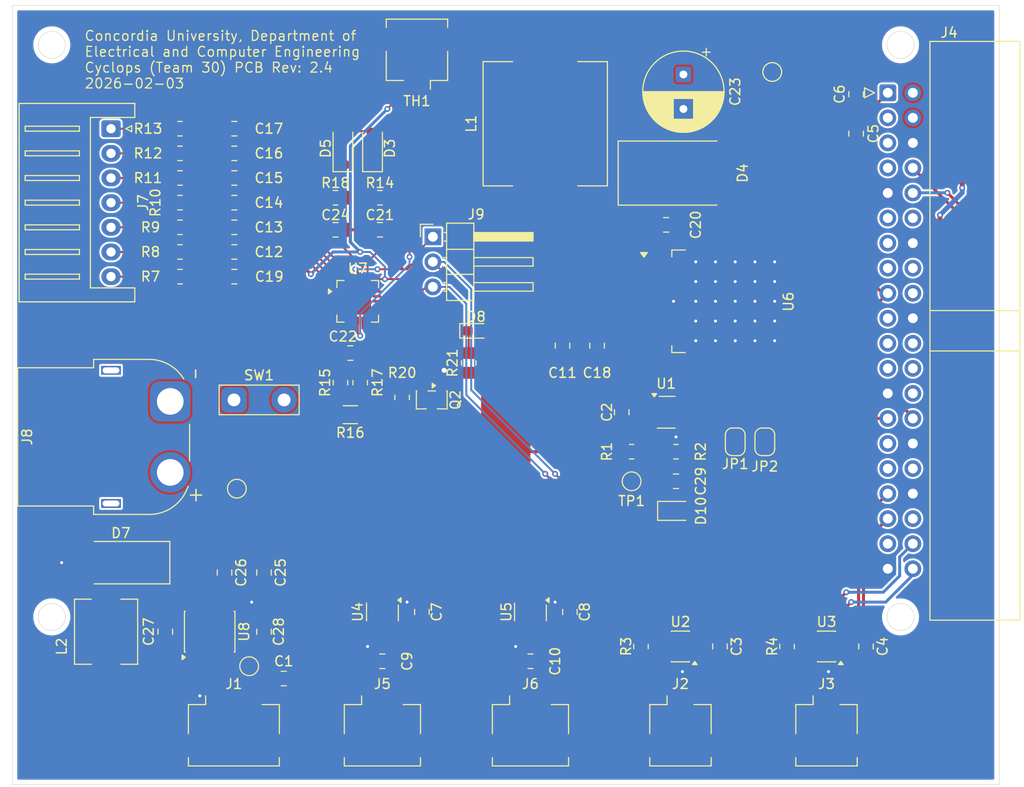
<source format=kicad_pcb>
(kicad_pcb (version 20241229) (generator "pcbnew") (generator_version "9.0")
  (title_block (title "Cyclops (Team 30)") (date "2026-02-03") (rev "2.4") (company "Concordia University, Department of Electrical and Computer Engineering"))
  (layers (0 "F.Cu" signal) (2 "B.Cu" signal) (13 "F.Paste" user) (15 "B.Paste" user) (5 "F.SilkS" user "F.Silkscreen") (7 "B.SilkS" user "B.Silkscreen") (1 "F.Mask" user) (3 "B.Mask" user) (25 "Edge.Cuts" user))
  (net 0 "")
  (net 1 "+3.3V")
  (net 2 "GND")
  (net 3 "+5V")
  (net 4 "+BATT")
  (net 5 "+12V")
  (net 6 "/UART_TX")
  (net 7 "/UART_RX")
  (net 8 "/Power/PACK-")
  (net 9 "Net-(U7A-VC1)")
  (net 10 "/Warning_LED_Data")
  (net 11 "Net-(U7A-VC2)")
  (net 12 "Net-(U7A-VC3)")
  (net 13 "Net-(U7A-VC5)")
  (net 14 "Net-(U7A-VC0)")
  (net 15 "Net-(U6-CB)")
  (net 16 "Net-(D4-K)")
  (net 17 "/Status_LED_Data")
  (net 18 "Net-(U7A-REGSRC)")
  (net 19 "Net-(U7A-SRP)")
  (net 20 "Net-(U7A-SRN)")
  (net 21 "/I2C_SLC")
  (net 22 "/I2C_SDA")
  (net 23 "Net-(U7A-BAT)")
  (net 24 "Net-(U8-CB)")
  (net 25 "Net-(D7-K)")
  (net 26 "Net-(D10-K)")
  (net 27 "Net-(D3-K)")
  (net 28 "Net-(D5-K)")
  (net 29 "Net-(D8-K)")
  (net 30 "Net-(J2-Pin_1)")
  (net 31 "Net-(J3-Pin_1)")
  (net 42 "/Vibration1")
  (net 51 "/Vibration0")
  (net 54 "Net-(J5-Pin_2)")
  (net 55 "Net-(J6-Pin_2)")
  (net 56 "Net-(J7-Pin_4)")
  (net 57 "Net-(J7-Pin_2)")
  (net 58 "Net-(J7-Pin_1)")
  (net 59 "Net-(J7-Pin_7)")
  (net 60 "Net-(J7-Pin_6)")
  (net 61 "Net-(J7-Pin_5)")
  (net 62 "Net-(J7-Pin_3)")
  (net 63 "Net-(J8-Pin_1)")
  (net 64 "Net-(U2-QOD)")
  (net 65 "Net-(U3-QOD)")
  (net 66 "Net-(U7A-TS)")
  (net 75 "Net-(U7A-VC6)")
  (net 76 "Net-(Q2-S)")
  (net 77 "Net-(Q2-G)")
  (net 78 "/Power/SCL")
  (net 79 "/Power/SDA")
  (footprint "Jumper:SolderJumper-2_P1.3mm_Open_RoundedPad1.0x1.5mm" (layer "F.Cu") (at 123.25 94.25 90)
    (property "Reference" "JP1")
    (property "Value" "SolderJumper_2_Open")
  )
  (footprint "Capacitor_THT:CP_Radial_D8.0mm_P3.50mm" (layer "F.Cu") (at 118 57 -90)
    (property "Reference" "C23")
    (property "Value" "180uF")
  )
  (footprint "Resistor_SMD:R_0805_2012Metric_Pad1.20x1.40mm_HandSolder" (layer "F.Cu") (at 67 67.5)
    (property "Reference" "R11")
    (property "Value" "10")
  )
  (footprint "Capacitor_SMD:C_0805_2012Metric_Pad1.18x1.45mm_HandSolder" (layer "F.Cu") (at 72.5 72.5 180)
    (property "Reference" "C13")
    (property "Value" "220nF")
  )
  (footprint "Resistor_SMD:R_0805_2012Metric_Pad1.20x1.40mm_HandSolder" (layer "F.Cu") (at 89.5 89.75 90)
    (property "Reference" "R20")
    (property "Value" "10M")
  )
  (footprint "Resistor_SMD:R_0805_2012Metric_Pad1.20x1.40mm_HandSolder" (layer "F.Cu") (at 128.5 115 -90)
    (property "Reference" "R4")
    (property "Value" "680")
  )
  (footprint "Package_DFN_QFN:Texas_RGP0020D_VQFN-20-1EP_4x4mm_P0.5mm_EP2.7x2.7mm" (layer "F.Cu") (at 85 80)
    (property "Reference" "U7")
    (property "Value" "BQ77307RGRR")
  )
  (footprint "Connector_PinHeader_2.54mm:PinHeader_1x03_P2.54mm_Horizontal" (layer "F.Cu") (at 92.615 73.46)
    (property "Reference" "J9")
    (property "Value" "01x03_Pin")
  )
  (footprint "Capacitor_SMD:C_0805_2012Metric_Pad1.18x1.45mm_HandSolder" (layer "F.Cu") (at 72.5 67.5 180)
    (property "Reference" "C15")
    (property "Value" "220nF")
  )
  (footprint "Diode_SMD:D_SMA-SMB_Universal_Handsoldering" (layer "F.Cu") (at 61 106.5 180)
    (property "Reference" "D7")
    (property "Value" "SK15")
  )
  (footprint "Diode_SMD:D_SOD-123" (layer "F.Cu") (at 86.5 64.5 90)
    (property "Reference" "D3")
    (property "Value" "1N4148W")
  )
  (footprint "Package_TO_SOT_SMD:SOT-23-6" (layer "F.Cu") (at 132.5 115 180)
    (property "Reference" "U3")
    (property "Value" "TPS22917DBV")
  )
  (footprint "Inductor_SMD:L_6.3x6.3_H3" (layer "F.Cu") (at 59.5 113.5 -90)
    (property "Reference" "L2")
    (property "Value" "22uH")
  )
  (footprint "Diode_SMD:D_0805_2012Metric_Pad1.15x1.40mm_HandSolder" (layer "F.Cu") (at 117.25 101.25)
    (property "Reference" "D10")
    (property "Value" "D_Zener")
  )
  (footprint "Package_TO_SOT_SMD:SOT-23-6" (layer "F.Cu") (at 117.7 115 180)
    (property "Reference" "U2")
    (property "Value" "TPS22917DBV")
  )
  (footprint "Resistor_SMD:R_0805_2012Metric_Pad1.20x1.40mm_HandSolder" (layer "F.Cu") (at 87.25 69.5)
    (property "Reference" "R14")
    (property "Value" "10")
  )
  (footprint "Resistor_SMD:R_0805_2012Metric_Pad1.20x1.40mm_HandSolder" (layer "F.Cu") (at 96.25 86.25 90)
    (property "Reference" "R21")
    (property "Value" "4.7k")
  )
  (footprint "Resistor_SMD:R_0805_2012Metric_Pad1.20x1.40mm_HandSolder" (layer "F.Cu") (at 83.25 88.25 90)
    (property "Reference" "R15")
    (property "Value" "100")
  )
  (footprint "Connector_JST:JST_ZH_S2B-ZR-SM4A-TF_1x02-1MP_P1.50mm_Horizontal" (layer "F.Cu") (at 117.7 123)
    (property "Reference" "J2")
    (property "Value" "JST-ZH 2P")
  )
  (footprint "Package_SO:SOIC-8_3.9x4.9mm_P1.27mm" (layer "F.Cu") (at 70 113.5 90)
    (property "Reference" "U8")
    (property "Value" "LM2675M-12")
  )
  (footprint "Capacitor_SMD:C_0805_2012Metric_Pad1.18x1.45mm_HandSolder" (layer "F.Cu") (at 87.25 72.75 180)
    (property "Reference" "C21")
    (property "Value" "1uF")
  )
  (footprint "Connector_JST:JST_ZH_S2B-ZR-SM4A-TF_1x02-1MP_P1.50mm_Horizontal" (layer "F.Cu") (at 132.5 123)
    (property "Reference" "J3")
    (property "Value" "JST-ZH 2P")
  )
  (footprint "Resistor_SMD:R_0805_2012Metric_Pad1.20x1.40mm_HandSolder" (layer "F.Cu") (at 67 77.5)
    (property "Reference" "R7")
    (property "Value" "10")
  )
  (footprint "Resistor_SMD:R_0805_2012Metric_Pad1.20x1.40mm_HandSolder" (layer "F.Cu") (at 113.7 115 -90)
    (property "Reference" "R3")
    (property "Value" "680")
  )
  (footprint "TestPoint:TestPoint_Pad_D1.5mm" (layer "F.Cu") (at 72.75 99)
    (property "Reference" "TP2" (hide yes))
    (property "Value" "~")
  )
  (footprint "Resistor_SMD:R_0805_2012Metric_Pad1.20x1.40mm_HandSolder" (layer "F.Cu") (at 67 62.5)
    (property "Reference" "R13")
    (property "Value" "10")
  )
  (footprint "Capacitor_SMD:C_0805_2012Metric_Pad1.18x1.45mm_HandSolder" (layer "F.Cu") (at 135.5 63 -90)
    (property "Reference" "C5")
    (property "Value" "1uF")
  )
  (footprint "Connector_AMASS:AMASS_XT60PW-F_1x02_P7.20mm_Horizontal" (layer "F.Cu") (at 66 90.15 90)
    (property "Reference" "J8")
    (property "Value" "XT60")
  )
  (footprint "Capacitor_SMD:C_0805_2012Metric_Pad1.18x1.45mm_HandSolder" (layer "F.Cu") (at 72.5 77.5 180)
    (property "Reference" "C19")
    (property "Value" "220nF")
  )
  (footprint "Capacitor_SMD:C_0805_2012Metric_Pad1.18x1.45mm_HandSolder" (layer "F.Cu") (at 135.5 59 90)
    (property "Reference" "C6")
    (property "Value" "10uF")
  )
  (footprint "Capacitor_SMD:C_0805_2012Metric_Pad1.18x1.45mm_HandSolder" (layer "F.Cu") (at 106.5 111.5 90)
    (property "Reference" "C8")
    (property "Value" "0.1uF")
  )
  (footprint "Capacitor_SMD:C_0805_2012Metric_Pad1.18x1.45mm_HandSolder" (layer "F.Cu") (at 65.5 113.5 90)
    (property "Reference" "C27")
    (property "Value" "0.01uF")
  )
  (footprint "Resistor_SMD:R_0805_2012Metric_Pad1.20x1.40mm_HandSolder" (layer "F.Cu") (at 67 75)
    (property "Reference" "R8")
    (property "Value" "10")
  )
  (footprint "Capacitor_SMD:C_0805_2012Metric_Pad1.18x1.45mm_HandSolder" (layer "F.Cu") (at 136.5 115 -90)
    (property "Reference" "C4")
    (property "Value" "1uF")
  )
  (footprint "Connector_JST:JST_ZH_S4B-ZR-SM4A-TF_1x04-1MP_P1.50mm_Horizontal" (layer "F.Cu") (at 72.45 123)
    (property "Reference" "J1")
    (property "Value" "JST-ZH 4P")
  )
  (footprint "Resistor_SMD:R_0805_2012Metric_Pad1.20x1.40mm_HandSolder" (layer "F.Cu") (at 112.75 95.25)
    (property "Reference" "R1")
    (property "Value" "10k")
  )
  (footprint "Resistor_SMD:R_1206_3216Metric_Pad1.30x1.75mm_HandSolder" (layer "F.Cu") (at 84.25 91.5 180)
    (property "Reference" "R16")
    (property "Value" "0.001")
  )
  (footprint "Diode_SMD:D_SMB-SMC_Universal_Handsoldering" (layer "F.Cu") (at 117 67)
    (property "Reference" "D4")
    (property "Value" "SK35")
  )
  (footprint "Capacitor_SMD:C_0805_2012Metric_Pad1.18x1.45mm_HandSolder" (layer "F.Cu") (at 102.5 116.5 180)
    (property "Reference" "C10")
    (property "Value" "1uF")
  )
  (footprint "Capacitor_SMD:C_0805_2012Metric_Pad1.18x1.45mm_HandSolder" (layer "F.Cu") (at 116.25 72.25 180)
    (property "Reference" "C20")
    (property "Value" "0.01uF")
  )
  (footprint "Resistor_SMD:R_0805_2012Metric_Pad1.20x1.40mm_HandSolder" (layer "F.Cu") (at 82.75 69.5 180)
    (property "Reference" "R18")
    (property "Value" "100")
  )
  (footprint "Resistor_SMD:R_0805_2012Metric_Pad1.20x1.40mm_HandSolder" (layer "F.Cu") (at 85.25 88.25 90)
    (property "Reference" "R17")
    (property "Value" "100")
  )
  (footprint "Capacitor_SMD:C_0805_2012Metric_Pad1.18x1.45mm_HandSolder" (layer "F.Cu") (at 77.5 118.25 180)
    (property "Reference" "C1")
    (property "Value" "10uF")
  )
  (footprint "Resistor_SMD:R_0805_2012Metric_Pad1.20x1.40mm_HandSolder" (layer "F.Cu") (at 67 70)
    (property "Reference" "R10")
    (property "Value" "10")
  )
  (footprint "Package_TO_SOT_SMD:SOT-23-5_HandSoldering" (layer "F.Cu") (at 102.5 111.5 -90)
    (property "Reference" "U5")
    (property "Value" "SN74LV1T125DBV")
  )
  (footprint "Connector_IDC:IDC-Header_2x20_P2.54mm_Horizontal" (layer "F.Cu") (at 138.71 58.86)
    (property "Reference" "J4")
    (property "Value" "HDR 02x20 2.54")
  )
  (footprint "Capacitor_SMD:C_0805_2012Metric_Pad1.18x1.45mm_HandSolder" (layer "F.Cu") (at 87.5 116.5 180)
    (property "Reference" "C9")
    (property "Value" "1uF")
  )
  (footprint "Capacitor_SMD:C_0805_2012Metric_Pad1.18x1.45mm_HandSolder" (layer "F.Cu") (at 72.5 62.5 180)
    (property "Reference" "C17")
    (property "Value" "220nF")
  )
  (footprint "Resistor_SMD:R_0805_2012Metric_Pad1.20x1.40mm_HandSolder" (layer "F.Cu") (at 67 72.5)
    (property "Reference" "R9")
    (property "Value" "10")
  )
  (footprint "LED_SMD:LED_0603_1608Metric_Pad1.05x0.95mm_HandSolder" (layer "F.Cu") (at 97 83)
    (property "Reference" "D8")
    (property "Value" "QBLP601-R35")
  )
  (footprint "Resistor_SMD:R_0805_2012Metric_Pad1.20x1.40mm_HandSolder" (layer "F.Cu") (at 67 65)
    (property "Reference" "R12")
    (property "Value" "10")
  )
  (footprint "Package_TO_SOT_SMD:SOT-23-5_HandSoldering" (layer "F.Cu") (at 116.25 91.25)
    (property "Reference" "U1")
    (property "Value" "MCP3021")
  )
  (footprint "Capacitor_SMD:C_0805_2012Metric_Pad1.18x1.45mm_HandSolder" (layer "F.Cu") (at 82.75 72.75)
    (property "Reference" "C24")
    (property "Value" "1uF")
  )
  (footprint "Capacitor_SMD:C_0805_2012Metric_Pad1.18x1.45mm_HandSolder" (layer "F.Cu") (at 75.5 107.5 -90)
    (property "Reference" "C25")
    (property "Value" "47uF")
  )
  (footprint "Connector_JST:JST_XH_S7B-XH-A_1x07_P2.50mm_Horizontal" (layer "F.Cu") (at 60 62.5 -90)
    (property "Reference" "J7")
    (property "Value" "JST-XH 7P")
  )
  (footprint "Capacitor_SMD:C_0805_2012Metric_Pad1.18x1.45mm_HandSolder" (layer "F.Cu") (at 105.75 84.5 -90)
    (property "Reference" "C11")
    (property "Value" "47uF")
  )
  (footprint "TestPoint:TestPoint_Pad_D1.5mm" (layer "F.Cu") (at 112.75 98.25)
    (property "Reference" "TP1")
    (property "Value" "~")
  )
  (footprint "Capacitor_SMD:C_0805_2012Metric_Pad1.18x1.45mm_HandSolder" (layer "F.Cu") (at 84.25 85.25)
    (property "Reference" "C22")
    (property "Value" "100pF")
  )
  (footprint "Capacitor_SMD:C_0805_2012Metric_Pad1.18x1.45mm_HandSolder" (layer "F.Cu") (at 111.75 91.25 -90)
    (property "Reference" "C2")
    (property "Value" "0.1uF")
  )
  (footprint "Capacitor_SMD:C_0805_2012Metric_Pad1.18x1.45mm_HandSolder" (layer "F.Cu") (at 109.25 84.5 -90)
    (property "Reference" "C18")
    (property "Value" "1uF")
  )
  (footprint "Package_TO_SOT_SMD:SOT-23-3" (layer "F.Cu") (at 92.5 90 -90)
    (property "Reference" "Q2")
    (property "Value" "FDV304P")
  )
  (footprint "Resistor_SMD:R_0805_2012Metric_Pad1.20x1.40mm_HandSolder" (layer "F.Cu") (at 117.25 95.25)
    (property "Reference" "R2")
    (property "Value" "1k")
  )
  (footprint "Inductor_SMD:L_12x12mm_H4.5mm" (layer "F.Cu") (at 104 62 90)
    (property "Reference" "L1")
    (property "Value" "22uH")
  )
  (footprint "Capacitor_SMD:C_0805_2012Metric_Pad1.18x1.45mm_HandSolder" (layer "F.Cu") (at 72.5 75 180)
    (property "Reference" "C12")
    (property "Value" "220nF")
  )
  (footprint "TestPoint:TestPoint_Pad_D1.5mm" (layer "F.Cu") (at 74 117)
    (property "Reference" "TP4" (hide yes))
    (property "Value" "~")
  )
  (footprint "Package_TO_SOT_SMD:SOT-23-5_HandSoldering" (layer "F.Cu") (at 87.5 111.5 -90)
    (property "Reference" "U4")
    (property "Value" "SN74LV1T125DBV")
  )
  (footprint "TestPoint:TestPoint_2Pads_Pitch5.08mm_Drill1.3mm" (layer "F.Cu") (at 72.46 90)
    (property "Reference" "SW1")
    (property "Value" "RA11131100")
  )
  (footprint "Connector_JST:JST_ZH_S3B-ZR-SM4A-TF_1x03-1MP_P1.50mm_Horizontal" (layer "F.Cu") (at 102.5 123)
    (property "Reference" "J6")
    (property "Value" "JST-ZH 3P")
  )
  (footprint "Capacitor_SMD:C_0805_2012Metric_Pad1.18x1.45mm_HandSolder" (layer "F.Cu") (at 117.25 98.25 180)
    (property "Reference" "C29")
    (property "Value" "1uF")
  )
  (footprint "Capacitor_SMD:C_0805_2012Metric_Pad1.18x1.45mm_HandSolder" (layer "F.Cu") (at 72.5 65 180)
    (property "Reference" "C16")
    (property "Value" "220nF")
  )
  (footprint "Connector_JST:JST_ZH_S2B-ZR-SM4A-TF_1x02-1MP_P1.50mm_Horizontal" (layer "F.Cu") (at 91 55.5 180)
    (property "Reference" "TH1")
    (property "Value" "NTC 10k")
  )
  (footprint "Jumper:SolderJumper-2_P1.3mm_Open_RoundedPad1.0x1.5mm" (layer "F.Cu") (at 126.25 94.25 90)
    (property "Reference" "JP2")
    (property "Value" "SolderJumper_2_Open")
  )
  (footprint "Capacitor_SMD:C_0805_2012Metric_Pad1.18x1.45mm_HandSolder" (layer "F.Cu") (at 71.5 107.5 -90)
    (property "Reference" "C26")
    (property "Value" "1uF")
  )
  (footprint "Capacitor_SMD:C_0805_2012Metric_Pad1.18x1.45mm_HandSolder" (layer "F.Cu") (at 121.7 115 -90)
    (property "Reference" "C3")
    (property "Value" "1uF")
  )
  (footprint "Package_TO_SOT_SMD:TO-263-7_TabPin4" (layer "F.Cu") (at 121.65 80)
    (property "Reference" "U6")
    (property "Value" "LM2678SX-5.0")
  )
  (footprint "TestPoint:TestPoint_Pad_D1.5mm" (layer "F.Cu") (at 127 56.75)
    (property "Reference" "TP3" (hide yes))
    (property "Value" "~")
  )
  (footprint "Capacitor_SMD:C_0805_2012Metric_Pad1.18x1.45mm_HandSolder" (layer "F.Cu") (at 75.5 113.5 90)
    (property "Reference" "C28")
    (property "Value" "47uF")
  )
  (footprint "Connector_JST:JST_ZH_S3B-ZR-SM4A-TF_1x03-1MP_P1.50mm_Horizontal" (layer "F.Cu") (at 87.5 123)
    (property "Reference" "J5")
    (property "Value" "JST-ZH 3P")
  )
  (footprint "Diode_SMD:D_SOD-123" (layer "F.Cu") (at 83.5 64.5 90)
    (property "Reference" "D5")
    (property "Value" "1N4148W")
  )
  (footprint "Capacitor_SMD:C_0805_2012Metric_Pad1.18x1.45mm_HandSolder" (layer "F.Cu") (at 91.5 111.5 90)
    (property "Reference" "C7")
    (property "Value" "0.1uF")
  )
  (footprint "Capacitor_SMD:C_0805_2012Metric_Pad1.18x1.45mm_HandSolder" (layer "F.Cu") (at 72.5 70 180)
    (property "Reference" "C14")
    (property "Value" "220nF")
  )
  (gr_circle (center 54 112) (end 55.375 112) (stroke (width 0.05)) (fill no) (layer "Edge.Cuts"))
  (gr_rect (start 50 50) (end 150 129) (stroke (width 0.05)) (fill no) (layer "Edge.Cuts"))
  (gr_circle (center 140 54) (end 141.375 54) (stroke (width 0.05)) (fill no) (layer "Edge.Cuts"))
  (gr_circle (center 54 54) (end 55.375 54) (stroke (width 0.05)) (fill no) (layer "Edge.Cuts"))
  (gr_circle (center 140 112) (end 141.375 112) (stroke (width 0.05)) (fill no) (layer "Edge.Cuts"))
  (gr_text "Concordia University, Department of\nElectrical and Computer Engineering\nCyclops (Team 30) PCB Rev: 2.4\n2026-02-03" (at 57.25 58.5 0) (layer "F.SilkS") (effects (font (size 1 1) (thickness 0.125)) (justify left bottom)))
  (segment (start 111.8375 90.3) (end 111.75 90.2125) (width 0.3) (layer "F.Cu") (net 1))
  (segment (start 137.25 78.25) (end 137.25 64) (width 0.3) (layer "F.Cu") (net 1))
  (segment (start 114.9 90.1) (end 115.75 89.25) (width 0.3) (layer "F.Cu") (net 1))
  (segment (start 137.25 60.32) (end 138.71 58.86) (width 0.3) (layer "F.Cu") (net 1))
  (segment (start 114.9 90.3) (end 114.9 90.1) (width 0.3) (layer "F.Cu") (net 1))
  (segment (start 138.6075 58.9625) (end 138.71 58.86) (width 0.5) (layer "F.Cu") (net 1))
  (segment (start 138.71 79.18) (end 138.18 79.18) (width 0.3) (layer "F.Cu") (net 1))
  (segment (start 115.75 89.25) (end 128.64 89.25) (width 0.3) (layer "F.Cu") (net 1))
  (segment (start 114.9 90.3) (end 111.8375 90.3) (width 0.3) (layer "F.Cu") (net 1))
  (segment (start 137.25 64) (end 137.25 60.32) (width 0.3) (layer "F.Cu") (net 1))
  (segment (start 137.2125 64.0375) (end 137.25 64) (width 0.3) (layer "F.Cu") (net 1))
  (segment (start 128.64 89.25) (end 138.71 79.18) (width 0.3) (layer "F.Cu") (net 1))
  (segment (start 135.5 64.0375) (end 137.2125 64.0375) (width 0.3) (layer "F.Cu") (net 1))
  (segment (start 138.18 79.18) (end 137.25 78.25) (width 0.3) (layer "F.Cu") (net 1))
  (segment (start 115.75 91.25) (end 114.9 91.25) (width 0.2) (layer "F.Cu") (net 2))
  (segment (start 101.4625 116.5) (end 101.4625 115.4625) (width 0.3) (layer "F.Cu") (net 2))
  (segment (start 118.45 118.1) (end 117.9 117.55) (width 0.3) (layer "F.Cu") (net 2))
  (segment (start 103.45 110.15) (end 103.45 110.710702) (width 0.3) (layer "F.Cu") (net 2))
  (segment (start 133.6375 115) (end 134.5 115) (width 0.3) (layer "F.Cu") (net 2))
  (segment (start 118.25 95.25) (end 118.25 94.75) (width 0.3) (layer "F.Cu") (net 2))
  (segment (start 90 110.5) (end 88.8 110.5) (width 0.3) (layer "F.Cu") (net 2))
  (segment (start 88.45 110.15) (end 88.45 110.710702) (width 0.3) (layer "F.Cu") (net 2))
  (segment (start 117.9 117.55) (end 117.824 117.474) (width 0.3) (layer "F.Cu") (net 2))
  (segment (start 102.120298 111.281) (end 101.55 110.710702) (width 0.3) (layer "F.Cu") (net 2))
  (segment (start 86.901001 111.281) (end 86.55 110.929999) (width 0.3) (layer "F.Cu") (net 2))
  (segment (start 87.879702 111.281) (end 86.901001 111.281) (width 0.3) (layer "F.Cu") (net 2))
  (segment (start 133.25 121.35) (end 133.25 118.1) (width 0.3) (layer "F.Cu") (net 2))
  (segment (start 103.45 110.710702) (end 102.879702 111.281) (width 0.3) (layer "F.Cu") (net 2))
  (segment (start 91.4625 110.5) (end 91.5 110.4625) (width 0.3) (layer "F.Cu") (net 2))
  (segment (start 116 91.5) (end 115.75 91.25) (width 0.2) (layer "F.Cu") (net 2))
  (segment (start 94 87.25) (end 93.75 87) (width 0.2) (layer "F.Cu") (net 2))
  (segment (start 96.25 87.25) (end 94 87.25) (width 0.2) (layer "F.Cu") (net 2))
  (segment (start 86.55 110.929999) (end 86.55 110.15) (width 0.3) (layer "F.Cu") (net 2))
  (segment (start 118.45 121.35) (end 118.45 118.1) (width 0.3) (layer "F.Cu") (net 2))
  (segment (start 117.824 117.474) (end 117.824 115.4155) (width 0.3) (layer "F.Cu") (net 2))
  (segment (start 118.2875 98.25) (end 118.2875 95.2875) (width 0.3) (layer "F.Cu") (net 2))
  (segment (start 105 110.5) (end 106.4625 110.5) (width 0.3) (layer "F.Cu") (net 2))
  (segment (start 105 110.5) (end 103.8 110.5) (width 0.3) (layer "F.Cu") (net 2))
  (segment (start 118.2395 115) (end 118.8375 115) (width 0.3) (layer "F.Cu") (net 2))
  (segment (start 118.275 98.2625) (end 118.2875 98.25) (width 0.3) (layer "F.Cu") (net 2))
  (segment (start 58.1 106.5) (end 55 106.5) (width 0.5) (layer "F.Cu") (net 2))
  (segment (start 78.5375 118.25) (end 78.5375 113.5375) (width 0.5) (layer "F.Cu") (net 2))
  (segment (start 116.5 93.75) (end 116 93.25) (width 0.2) (layer "F.Cu") (net 2))
  (segment (start 86.4625 115.4625) (end 86 115) (width 0.3) (layer "F.Cu") (net 2))
  (segment (start 93.45 87.3) (end 93.75 87) (width 1) (layer "F.Cu") (net 2))
  (segment (start 86 119) (end 86.4625 118.5375) (width 0.3) (layer "F.Cu") (net 2))
  (segment (start 101.55 110.710702) (end 101.55 110.15) (width 0.3) (layer "F.Cu") (net 2))
  (segment (start 78.5375 113.5375) (end 77.5 112.5) (width 0.5) (layer "F.Cu") (net 2))
  (segment (start 132.624 117.474) (end 132.624 115.351001) (width 0.3) (layer "F.Cu") (net 2))
  (segment (start 90 110.5) (end 91.4625 110.5) (width 0.3) (layer "F.Cu") (net 2))
  (segment (start 132.624 115.351001) (end 132.975001 115) (width 0.3) (layer "F.Cu") (net 2))
  (segment (start 70.2 121.2) (end 69 120) (width 0.5) (layer "F.Cu") (net 2))
  (segment (start 116 93.25) (end 116 91.5) (width 0.2) (layer "F.Cu") (net 2))
  (segment (start 132.7 117.55) (end 132.624 117.474) (width 0.3) (layer "F.Cu") (net 2))
  (segment (start 101.4625 118.5375) (end 101.4625 116.5) (width 0.3) (layer "F.Cu") (net 2))
  (segment (start 118.275 101.25) (end 118.275 98.2625) (width 0.3) (layer "F.Cu") (net 2))
  (segment (start 86 121.35) (end 86 119) (width 0.3) (layer "F.Cu") (net 2))
  (segment (start 114 80) (end 117 80) (width 0.3) (layer "F.Cu") (net 2))
  (segment (start 117.824 115.4155) (end 118.2395 115) (width 0.3) (layer "F.Cu") (net 2))
  (segment (start 111.75 92.2875) (end 112.2125 92.2875) (width 0.3) (layer "F.Cu") (net 2))
  (segment (start 134.5 115) (end 135.5375 113.9625) (width 0.3) (layer "F.Cu") (net 2))
  (segment (start 70.2 121.35) (end 70.2 121.2) (width 0.5) (layer "F.Cu") (net 2))
  (segment (start 132.975001 115) (end 133.6375 115) (width 0.3) (layer "F.Cu") (net 2))
  (segment (start 118.25 94.75) (end 117.25 93.75) (width 0.3) (layer "F.Cu") (net 2))
  (segment (start 133.25 118.1) (end 132.7 117.55) (width 0.3) (layer "F.Cu") (net 2))
  (segment (start 135.5375 113.9625) (end 136.5 113.9625) (width 0.3) (layer "F.Cu") (net 2))
  (segment (start 118.2875 95.2875) (end 118.25 95.25) (width 0.3) (layer "F.Cu") (net 2))
  (segment (start 120.7375 113.9625) (end 119.7 115) (width 0.3) (layer "F.Cu") (net 2))
  (segment (start 86.4625 118.5375) (end 86.4625 116.5) (width 0.3) (layer "F.Cu") (net 2))
  (segment (start 86.4625 116.5) (end 86.4625 115.4625) (width 0.3) (layer "F.Cu") (net 2))
  (segment (start 106.4625 110.5) (end 106.5 110.4625) (width 0.3) (layer "F.Cu") (net 2))
  (segment (start 119.7 115) (end 118.8375 115) (width 0.3) (layer "F.Cu") (net 2))
  (segment (start 101 119) (end 101.4625 118.5375) (width 0.3) (layer "F.Cu") (net 2))
  (segment (start 93.45 88.8625) (end 93.45 87.3) (width 1) (layer "F.Cu") (net 2))
  (segment (start 102.879702 111.281) (end 102.120298 111.281) (width 0.3) (layer "F.Cu") (net 2))
  (segment (start 121.7 113.9625) (end 120.7375 113.9625) (width 0.3) (layer "F.Cu") (net 2))
  (segment (start 113.25 91.25) (end 114.9 91.25) (width 0.3) (layer "F.Cu") (net 2))
  (segment (start 103.8 110.5) (end 103.45 110.15) (width 0.3) (layer "F.Cu") (net 2))
  (segment (start 88.8 110.5) (end 88.45 110.15) (width 0.3) (layer "F.Cu") (net 2))
  (segment (start 117.25 93.75) (end 116.5 93.75) (width 0.2) (layer "F.Cu") (net 2))
  (segment (start 88.45 110.710702) (end 87.879702 111.281) (width 0.3) (layer "F.Cu") (net 2))
  (segment (start 103.489999 110.2) (end 103.389999 110.3) (width 0.3) (layer "F.Cu") (net 2))
  (segment (start 101.4625 115.4625) (end 101 115) (width 0.3) (layer "F.Cu") (net 2))
  (segment (start 101 121.35) (end 101 119) (width 0.3) (layer "F.Cu") (net 2))
  (segment (start 112.2125 92.2875) (end 113.25 91.25) (width 0.3) (layer "F.Cu") (net 2))
  (via (at 119.25 78) (size 0.6) (drill 0.3) (layers "F.Cu" "B.Cu") (net 2))
  (via (at 101 115) (size 0.6) (drill 0.3) (layers "F.Cu" "B.Cu") (net 2))
  (via (at 90 110.5) (size 0.6) (drill 0.3) (layers "F.Cu" "B.Cu") (net 2))
  (via (at 121.25 78) (size 0.6) (drill 0.3) (layers "F.Cu" "B.Cu") (net 2))
  (via (at 69 120) (size 0.6) (drill 0.3) (layers "F.Cu" "B.Cu") (net 2))
  (via (at 132.7 117.55) (size 0.6) (drill 0.3) (layers "F.Cu" "B.Cu") (net 2))
  (via (at 117 80) (size 0.6) (drill 0.3) (layers "F.Cu" "B.Cu") (net 2))
  (via (at 121.25 82) (size 0.6) (drill 0.3) (layers "F.Cu" "B.Cu") (net 2))
  (via (at 93.75 87) (size 1) (drill 0.5) (layers "F.Cu" "B.Cu") (net 2))
  (via (at 127.25 84) (size 0.6) (drill 0.3) (layers "F.Cu" "B.Cu") (net 2))
  (via (at 121.25 80) (size 0.6) (drill 0.3) (layers "F.Cu" "B.Cu") (net 2))
  (via (at 127.25 78) (size 0.6) (drill 0.3) (layers "F.Cu" "B.Cu") (net 2))
  (via (at 119.25 80) (size 0.6) (drill 0.3) (layers "F.Cu" "B.Cu") (net 2))
  (via (at 125.25 76) (size 0.6) (drill 0.3) (layers "F.Cu" "B.Cu") (net 2))
  (via (at 125.25 80) (size 0.6) (drill 0.3) (layers "F.Cu" "B.Cu") (net 2))
  (via (at 125.25 82) (size 0.6) (drill 0.3) (layers "F.Cu" "B.Cu") (net 2))
  (via (at 55 106.5) (size 0.6) (drill 0.3) (layers "F.Cu" "B.Cu") (net 2))
  (via (at 123.25 80) (size 0.6) (drill 0.3) (layers "F.Cu" "B.Cu") (net 2))
  (via (at 127.25 80) (size 0.6) (drill 0.3) (layers "F.Cu" "B.Cu") (net 2))
  (via (at 119.25 84) (size 0.6) (drill 0.3) (layers "F.Cu" "B.Cu") (net 2))
  (via (at 121.25 84) (size 0.6) (drill 0.3) (layers "F.Cu" "B.Cu") (net 2))
  (via (at 105 110.5) (size 0.6) (drill 0.3) (layers "F.Cu" "B.Cu") (net 2))
  (via (at 119.25 76) (size 0.6) (drill 0.3) (layers "F.Cu" "B.Cu") (net 2))
  (via (at 119.25 82) (size 0.6) (drill 0.3) (layers "F.Cu" "B.Cu") (net 2))
  (via (at 123.25 78) (size 0.6) (drill 0.3) (layers "F.Cu" "B.Cu") (net 2))
  (via (at 123.25 82) (size 0.6) (drill 0.3) (layers "F.Cu" "B.Cu") (net 2))
  (via (at 125.25 84) (size 0.6) (drill 0.3) (layers "F.Cu" "B.Cu") (net 2))
  (via (at 127.25 82) (size 0.6) (drill 0.3) (layers "F.Cu" "B.Cu") (net 2))
  (via (at 123.25 76) (size 0.6) (drill 0.3) (layers "F.Cu" "B.Cu") (net 2))
  (via (at 125.25 78) (size 0.6) (drill 0.3) (layers "F.Cu" "B.Cu") (net 2))
  (via (at 121.25 76) (size 0.6) (drill 0.3) (layers "F.Cu" "B.Cu") (net 2))
  (via (at 117.9 117.55) (size 0.6) (drill 0.3) (layers "F.Cu" "B.Cu") (net 2))
  (via (at 117.25 93.75) (size 0.6) (drill 0.3) (layers "F.Cu" "B.Cu") (net 2))
  (via (at 127.25 76) (size 0.6) (drill 0.3) (layers "F.Cu" "B.Cu") (net 2))
  (via (at 74.25 110.5) (size 0.6) (drill 0.3) (layers "F.Cu" "B.Cu") (net 2))
  (via (at 123.25 84) (size 0.6) (drill 0.3) (layers "F.Cu" "B.Cu") (net 2))
  (via (at 86 115) (size 0.6) (drill 0.3) (layers "F.Cu" "B.Cu") (net 2))
  (segment (start 88.5375 112.9375) (end 88.45 112.85) (width 0.3) (layer "F.Cu") (net 3))
  (segment (start 88.5375 116.5) (end 88.5375 112.9375) (width 0.3) (layer "F.Cu") (net 3))
  (segment (start 133.6375 115.95) (end 134.95 115.95) (width 0.3) (layer "F.Cu") (net 3))
  (segment (start 91.15 123.5) (end 89 121.35) (width 0.5) (layer "F.Cu") (net 3))
  (segment (start 141.25 61.4) (end 146.25 66.4) (width 0.5) (layer "F.Cu") (net 3))
  (segment (start 118.8375 115.95) (end 120.15 115.95) (width 0.3) (layer "F.Cu") (net 3))
  (segment (start 104 121.35) (end 104 119) (width 0.3) (layer "F.Cu") (net 3))
  (segment (start 117 63.5) (end 116 62.5) (width 0.3) (layer "F.Cu") (net 3))
  (segment (start 134 123.5) (end 121.75 123.5) (width 0.5) (layer "F.Cu") (net 3))
  (segment (start 121.75 123.5) (end 104 123.5) (width 0.5) (layer "F.Cu") (net 3))
  (segment (start 144 112.25) (end 140.2125 116.0375) (width 0.5) (layer "F.Cu") (net 3))
  (segment (start 89.9625 112.5375) (end 89.65 112.85) (width 0.3) (layer "F.Cu") (net 3))
  (segment (start 136.5 116.0375) (end 135 117.5375) (width 0.5) (layer "F.Cu") (net 3))
  (segment (start 144 71.25) (end 144 112.25) (width 0.5) (layer "F.Cu") (net 3))
  (segment (start 116 62.5) (end 116 58.25) (width 0.3) (layer "F.Cu") (net 3))
  (segment (start 117 70) (end 117 63.5) (width 0.3) (layer "F.Cu") (net 3))
  (segment (start 134.95 115.95) (end 135.0375 116.0375) (width 0.3) (layer "F.Cu") (net 3))
  (segment (start 117.7875 81.5025) (end 117.7875 73.7125) (width 0.3) (layer "F.Cu") (net 3))
  (segment (start 135.0375 116.0375) (end 136.5 116.0375) (width 0.3) (layer "F.Cu") (net 3))
  (segment (start 121.7 123.45) (end 121.75 123.5) (width 0.3) (layer "F.Cu") (net 3))
  (segment (start 138.25 116.0375) (end 136.5 116.0375) (width 0.5) (layer "F.Cu") (net 3))
  (segment (start 104 123.5) (end 91.15 123.5) (width 0.5) (layer "F.Cu") (net 3))
  (segment (start 104 119) (end 103.5375 118.5375) (width 0.3) (layer "F.Cu") (net 3))
  (segment (start 91.5 112.5375) (end 89.9625 112.5375) (width 0.3) (layer "F.Cu") (net 3))
  (segment (start 135 117.5375) (end 135 122.5) (width 0.5) (layer "F.Cu") (net 3))
  (segment (start 146.25 66.4) (end 146.25 68.5) (width 0.5) (layer "F.Cu") (net 3))
  (segment (start 104 123.5) (end 104 121.35) (width 0.5) (layer "F.Cu") (net 3))
  (segment (start 89 119) (end 88.5375 118.5375) (width 0.3) (layer "F.Cu") (net 3))
  (segment (start 120.2375 116.0375) (end 121.7 116.0375) (width 0.3) (layer "F.Cu") (net 3))
  (segment (start 88.45 112.85) (end 89.65 112.85) (width 0.3) (layer "F.Cu") (net 3))
  (segment (start 103.5375 118.5375) (end 103.5375 116.5) (width 0.3) (layer "F.Cu") (net 3))
  (segment (start 89 121.35) (end 89 119) (width 0.3) (layer "F.Cu") (net 3))
  (segment (start 103.5375 116.5) (end 103.5375 112.9375) (width 0.3) (layer "F.Cu") (net 3))
  (segment (start 103.5375 112.9375) (end 103.45 112.85) (width 0.3) (layer "F.Cu") (net 3))
  (segment (start 121.7 116.0375) (end 121.7 123.45) (width 0.3) (layer "F.Cu") (net 3))
  (segment (start 120.15 115.95) (end 120.2375 116.0375) (width 0.3) (layer "F.Cu") (net 3))
  (segment (start 116.75 82.54) (end 117.7875 81.5025) (width 0.3) (layer "F.Cu") (net 3))
  (segment (start 114 82.54) (end 116.75 82.54) (width 0.3) (layer "F.Cu") (net 3))
  (segment (start 88.5375 118.5375) (end 88.5375 116.5) (width 0.3) (layer "F.Cu") (net 3))
  (segment (start 118.25 73.25) (end 118.25 71.25) (width 0.3) (layer "F.Cu") (net 3))
  (segment (start 135 122.5) (end 134 123.5) (width 0.5) (layer "F.Cu") (net 3))
  (segment (start 140.2125 116.0375) (end 138.25 116.0375) (width 0.5) (layer "F.Cu") (net 3))
  (segment (start 104.65 112.85) (end 104.9625 112.5375) (width 0.3) (layer "F.Cu") (net 3))
  (segment (start 106.5 112.5375) (end 104.9625 112.5375) (width 0.3) (layer "F.Cu") (net 3))
  (segment (start 118.25 71.25) (end 117 70) (width 0.3) (layer "F.Cu") (net 3))
  (segment (start 103.45 112.85) (end 104.65 112.85) (width 0.3) (layer "F.Cu") (net 3))
  (segment (start 117.7875 73.7125) (end 118.25 73.25) (width 0.3) (layer "F.Cu") (net 3))
  (via (at 146.25 68.5) (size 0.6) (drill 0.3) (layers "F.Cu" "B.Cu") (net 3))
  (via (at 144 71.25) (size 0.6) (drill 0.3) (layers "F.Cu" "B.Cu") (net 3))
  (segment (start 146.25 69) (end 144 71.25) (width 0.5) (layer "B.Cu") (net 3))
  (segment (start 146.25 68.5) (end 146.25 69) (width 0.5) (layer "B.Cu") (net 3))
  (segment (start 85 77) (end 85 78.0375) (width 0.2) (layer "F.Cu") (net 4))
  (segment (start 72.9625 61) (end 79.25 61) (width 0.2) (layer "F.Cu") (net 4))
  (segment (start 91.5 71.5) (end 94.75 71.5) (width 0.2) (layer "F.Cu") (net 4))
  (segment (start 68 62.5) (end 71.4625 62.5) (width 0.2) (layer "F.Cu") (net 4))
  (segment (start 89.5 64) (end 89.5 76.75) (width 0.2) (layer "F.Cu") (net 4))
  (segment (start 71.4625 62.5) (end 72.9625 61) (width 0.2) (layer "F.Cu") (net 4))
  (segment (start 81 62.75) (end 88.25 62.75) (width 0.2) (layer "F.Cu") (net 4))
  (segment (start 91 75.75) (end 91 72) (width 0.2) (layer "F.Cu") (net 4))
  (segment (start 90 76.75) (end 91 75.75) (width 0.2) (layer "F.Cu") (net 4))
  (segment (start 91 72) (end 91.5 71.5) (width 0.2) (layer "F.Cu") (net 4))
  (segment (start 79.25 61) (end 81 62.75) (width 0.2) (layer "F.Cu") (net 4))
  (segment (start 87 76.75) (end 90 76.75) (width 0.2) (layer "F.Cu") (net 4))
  (segment (start 94.75 71.5) (end 98.25 75) (width 0.2) (layer "F.Cu") (net 4))
  (segment (start 88.25 62.75) (end 89.5 64) (width 0.2) (layer "F.Cu") (net 4))
  (segment (start 84.75 76.75) (end 85 77) (width 0.2) (layer "F.Cu") (net 4))
  (segment (start 98.25 75) (end 98.25 77.25) (width 0.2) (layer "F.Cu") (net 4))
  (segment (start 111.75 95.25) (end 102 95.25) (width 0.3) (layer "F.Cu") (net 4))
  (via (at 87 76.75) (size 0.6) (drill 0.3) (layers "F.Cu" "B.Cu") (net 4))
  (via (at 84.75 76.75) (size 0.6) (drill 0.3) (layers "F.Cu" "B.Cu") (net 4))
  (segment (start 87 76.75) (end 84.75 76.75) (width 0.2) (layer "B.Cu") (net 4))
  (segment (start 73.2 124.95) (end 75.5 127.25) (width 0.3) (layer "F.Cu") (net 6))
  (segment (start 142 127.25) (end 146 123.25) (width 0.3) (layer "F.Cu") (net 6))
  (segment (start 73.2 121.35) (end 73.2 124.95) (width 0.3) (layer "F.Cu") (net 6))
  (segment (start 146 71.23) (end 141.25 66.48) (width 0.3) (layer "F.Cu") (net 6))
  (segment (start 146 123.25) (end 146 71.23) (width 0.3) (layer "F.Cu") (net 6))
  (segment (start 75.5 127.25) (end 142 127.25) (width 0.3) (layer "F.Cu") (net 6))
  (segment (start 142.25 128) (end 146.75 123.5) (width 0.3) (layer "F.Cu") (net 7))
  (segment (start 71.7 121.35) (end 71.7 124.45) (width 0.3) (layer "F.Cu") (net 7))
  (segment (start 146.75 71) (end 144.75 69) (width 0.3) (layer "F.Cu") (net 7))
  (segment (start 75.25 128) (end 142.25 128) (width 0.3) (layer "F.Cu") (net 7))
  (segment (start 146.75 123.5) (end 146.75 71) (width 0.3) (layer "F.Cu") (net 7))
  (segment (start 71.7 121.35) (end 71.7 122.45) (width 0.3) (layer "F.Cu") (net 7))
  (segment (start 71.7 124.45) (end 75.25 128) (width 0.3) (layer "F.Cu") (net 7))
  (via (at 144.75 69) (size 0.6) (drill 0.3) (layers "F.Cu" "B.Cu") (net 7))
  (segment (start 144.75 69) (end 141.27 69) (width 0.3) (layer "B.Cu") (net 7))
  (segment (start 141.27 69) (end 141.25 69.02) (width 0.3) (layer "B.Cu") (net 7))
  (segment (start 83.7875 72.75) (end 86.2125 72.75) (width 0.3) (layer "F.Cu") (net 8))
  (segment (start 89.25 55.75) (end 89.75 55.25) (width 0.2) (layer "F.Cu") (net 8))
  (segment (start 89.25 59.25) (end 89.25 55.75) (width 0.2) (layer "F.Cu") (net 8))
  (segment (start 77.54 87.46) (end 77.54 90) (width 0.2) (layer "F.Cu") (net 8))
  (segment (start 73.5375 77.5) (end 73.5375 75) (width 0.3) (layer "F.Cu") (net 8))
  (segment (start 91.465 74.61) (end 91.465 76) (width 0.2) (layer "F.Cu") (net 8))
  (segment (start 90.75 55.25) (end 91.75 56.25) (width 0.2) (layer "F.Cu") (net 8))
  (segment (start 89.75 55.25) (end 90.75 55.25) (width 0.2) (layer "F.Cu") (net 8))
  (segment (start 83.25 89.25) (end 83.75 89.75) (width 0.2) (layer "F.Cu") (net 8))
  (segment (start 87.75 77.75) (end 89.715 77.75) (width 0.2) (layer "F.Cu") (net 8))
  (segment (start 85.25 75) (end 84.25 74) (width 0.3) (layer "F.Cu") (net 8))
  (segment (start 92.615 73.46) (end 91.465 74.61) (width 0.2) (layer "F.Cu") (net 8))
  (segment (start 84.25 74) (end 84.25 73.2125) (width 0.3) (layer "F.Cu") (net 8))
  (segment (start 84.25 73.2125) (end 83.7875 72.75) (width 0.3) (layer "F.Cu") (net 8))
  (segment (start 78 75) (end 80.25 77.25) (width 0.3) (layer "F.Cu") (net 8))
  (segment (start 73.5375 75) (end 78 75) (width 0.3) (layer "F.Cu") (net 8))
  (segment (start 91.75 56.25) (end 91.75 57.15) (width 0.2) (layer "F.Cu") (net 8))
  (segment (start 89.715 77.75) (end 91.465 76) (width 0.2) (layer "F.Cu") (net 8))
  (segment (start 83.5 91.5) (end 82.7 91.5) (width 0.2) (layer "F.Cu") (net 8))
  (segment (start 87.25 77.75) (end 85 80) (width 0.2) (layer "F.Cu") (net 8))
  (segment (start 83.75 91.25) (end 83.5 91.5) (width 0.2) (layer "F.Cu") (net 8))
  (segment (start 88 60.5) (end 89.25 59.25) (width 0.2) (layer "F.Cu") (net 8))
  (segment (start 83.75 89.75) (end 83.75 91.25) (width 0.2) (layer "F.Cu") (net 8))
  (segment (start 85 80) (end 77.54 87.46) (width 0.2) (layer "F.Cu") (net 8))
  (segment (start 87.75 77.75) (end 87.25 77.75) (width 0.2) (layer "F.Cu") (net 8))
  (via (at 88 60.5) (size 0.6) (drill 0.3) (layers "F.Cu" "B.Cu") (net 8))
  (via (at 87.75 77.75) (size 0.6) (drill 0.3) (layers "F.Cu" "B.Cu") (net 8))
  (via (at 80.25 77.25) (size 0.6) (drill 0.3) (layers "F.Cu" "B.Cu") (net 8))
  (via (at 85.25 75) (size 0.6) (drill 0.3) (layers "F.Cu" "B.Cu") (net 8))
  (segment (start 84.25 64.25) (end 84.25 74) (width 0.3) (layer "B.Cu") (net 8))
  (segment (start 82.5 75) (end 80.25 77.25) (width 0.3) (layer "B.Cu") (net 8))
  (segment (start 88 60.5) (end 84.25 64.25) (width 0.3) (layer "B.Cu") (net 8))
  (segment (start 85.25 75) (end 82.5 75) (width 0.3) (layer "B.Cu") (net 8))
  (segment (start 87.75 76.5) (end 87.75 77.75) (width 0.2) (layer "B.Cu") (net 8))
  (segment (start 85.25 75) (end 86.25 75) (width 0.2) (layer "B.Cu") (net 8))
  (segment (start 84.25 74) (end 85.25 75) (width 0.3) (layer "B.Cu") (net 8))
  (segment (start 86.25 75) (end 87.75 76.5) (width 0.2) (layer "B.Cu") (net 8))
  (segment (start 73.5375 72.925) (end 73.5375 72.5) (width 0.2) (layer "F.Cu") (net 9))
  (segment (start 83.0375 80.5) (end 82 80.5) (width 0.2) (layer "F.Cu") (net 9))
  (segment (start 71.4625 75) (end 73.5375 72.925) (width 0.2) (layer "F.Cu") (net 9))
  (segment (start 71.4625 75) (end 68 75) (width 0.2) (layer "F.Cu") (net 9))
  (segment (start 81 77) (end 76.5 72.5) (width 0.2) (layer "F.Cu") (net 9))
  (segment (start 82 80.5) (end 81 79.5) (width 0.2) (layer "F.Cu") (net 9))
  (segment (start 76.5 72.5) (end 73.5375 72.5) (width 0.2) (layer "F.Cu") (net 9))
  (segment (start 81 79.5) (end 81 77) (width 0.2) (layer "F.Cu") (net 9))
  (segment (start 102.5 109.25) (end 102.5 110.15) (width 0.3) (layer "F.Cu") (net 10))
  (segment (start 108.5 108.75) (end 103 108.75) (width 0.3) (layer "F.Cu") (net 10))
  (segment (start 103 108.75) (end 102.5 109.25) (width 0.3) (layer "F.Cu") (net 10))
  (segment (start 110.75 111) (end 108.5 108.75) (width 0.3) (layer "F.Cu") (net 10))
  (segment (start 135 110.5) (end 134.5 111) (width 0.3) (layer "F.Cu") (net 10))
  (segment (start 134.5 111) (end 110.75 111) (width 0.3) (layer "F.Cu") (net 10))
  (via (at 135 110.5) (size 0.6) (drill 0.3) (layers "F.Cu" "B.Cu") (net 10))
  (segment (start 138.5 110.5) (end 141.25 107.75) (width 0.3) (layer "B.Cu") (net 10))
  (segment (start 135 110.5) (end 138.5 110.5) (width 0.3) (layer "B.Cu") (net 10))
  (segment (start 141.25 107.75) (end 141.25 107.12) (width 0.3) (layer "B.Cu") (net 10))
  (segment (start 81.5 79.25) (end 81.5 76.75) (width 0.2) (layer "F.Cu") (net 11))
  (segment (start 81.5 76.75) (end 74.75 70) (width 0.2) (layer "F.Cu") (net 11))
  (segment (start 83.0375 80) (end 82.25 80) (width 0.2) (layer "F.Cu") (net 11))
  (segment (start 71.4625 72.5) (end 73.5375 70.425) (width 0.2) (layer "F.Cu") (net 11))
  (segment (start 68 72.5) (end 71.4625 72.5) (width 0.2) (layer "F.Cu") (net 11))
  (segment (start 73.5375 70.425) (end 73.5375 70) (width 0.2) (layer "F.Cu") (net 11))
  (segment (start 82.25 80) (end 81.5 79.25) (width 0.2) (layer "F.Cu") (net 11))
  (segment (start 74.75 70) (end 73.5375 70) (width 0.2) (layer "F.Cu") (net 11))
  (segment (start 73.5375 67.925) (end 73.5375 67.5) (width 0.2) (layer "F.Cu") (net 12))
  (segment (start 82 76.5) (end 82 78.5) (width 0.2) (layer "F.Cu") (net 12))
  (segment (start 82.5 79) (end 83.0375 79) (width 0.2) (layer "F.Cu") (net 12))
  (segment (start 79 71.25) (end 79 73.5) (width 0.2) (layer "F.Cu") (net 12))
  (segment (start 71.4625 70) (end 73.5375 67.925) (width 0.2) (layer "F.Cu") (net 12))
  (segment (start 75.25 67.5) (end 79 71.25) (width 0.2) (layer "F.Cu") (net 12))
  (segment (start 82 78.5) (end 82.5 79) (width 0.2) (layer "F.Cu") (net 12))
  (segment (start 83.0375 79.5) (end 83.0375 79) (width 0.2) (layer "F.Cu") (net 12))
  (segment (start 73.5375 67.5) (end 75.25 67.5) (width 0.2) (layer "F.Cu") (net 12))
  (segment (start 68 70) (end 71.4625 70) (width 0.2) (layer "F.Cu") (net 12))
  (segment (start 79 73.5) (end 82 76.5) (width 0.2) (layer "F.Cu") (net 12))
  (segment (start 73.5375 65) (end 74.75 65) (width 0.2) (layer "F.Cu") (net 13))
  (segment (start 71.4625 67.5) (end 73.5375 65.425) (width 0.2) (layer "F.Cu") (net 13))
  (segment (start 79.5 73.25) (end 84 77.75) (width 0.2) (layer "F.Cu") (net 13))
  (segment (start 84 77.75) (end 84 78.0375) (width 0.2) (layer "F.Cu") (net 13))
  (segment (start 74.75 65) (end 79.5 69.75) (width 0.2) (layer "F.Cu") (net 13))
  (segment (start 73.5375 65.425) (end 73.5375 65) (width 0.2) (layer "F.Cu") (net 13))
  (segment (start 79.5 69.75) (end 79.5 73.25) (width 0.2) (layer "F.Cu") (net 13))
  (segment (start 71.4625 67.5) (end 68 67.5) (width 0.2) (layer "F.Cu") (net 13))
  (segment (start 68 77.5) (end 71.4625 77.5) (width 0.2) (layer "F.Cu") (net 14))
  (segment (start 74.9625 81) (end 83.0375 81) (width 0.2) (layer "F.Cu") (net 14))
  (segment (start 71.4625 77.5) (end 74.9625 81) (width 0.2) (layer "F.Cu") (net 14))
  (segment (start 116.77 78.73) (end 114 78.73) (width 0.3) (layer "F.Cu") (net 15))
  (segment (start 117.2875 78.2125) (end 116.77 78.73) (width 0.3) (layer "F.Cu") (net 15))
  (segment (start 117.2875 72.25) (end 117.2875 78.2125) (width 0.3) (layer "F.Cu") (net 15))
  (segment (start 88 108.75) (end 87.5 109.25) (width 0.3) (layer "F.Cu") (net 17))
  (segment (start 111 110.25) (end 108.75 108) (width 0.3) (layer "F.Cu") (net 17))
  (segment (start 87.5 109.25) (end 87.5 110.15) (width 0.3) (layer "F.Cu") (net 17))
  (segment (start 108.75 108) (end 102.25 108) (width 0.3) (layer "F.Cu") (net 17))
  (segment (start 101.5 108.75) (end 88 108.75) (width 0.3) (layer "F.Cu") (net 17))
  (segment (start 133.75 110.25) (end 111 110.25) (width 0.3) (layer "F.Cu") (net 17))
  (segment (start 102.25 108) (end 101.5 108.75) (width 0.3) (layer "F.Cu") (net 17))
  (segment (start 134.5 109.5) (end 133.75 110.25) (width 0.3) (layer "F.Cu") (net 17))
  (via (at 134.5 109.5) (size 0.6) (drill 0.3) (layers "F.Cu" "B.Cu") (net 17))
  (segment (start 138.25 109.5) (end 139.91 107.84) (width 0.3) (layer "B.Cu") (net 17))
  (segment (start 139.91 107.84) (end 139.91 105.92) (width 0.3) (layer "B.Cu") (net 17))
  (segment (start 134.5 109.5) (end 138.25 109.5) (width 0.3) (layer "B.Cu") (net 17))
  (segment (start 139.91 105.92) (end 141.25 104.58) (width 0.3) (layer "B.Cu") (net 17))
  (segment (start 86 78.0375) (end 86 76) (width 0.2) (layer "F.Cu") (net 18))
  (segment (start 88.2875 72.75) (end 88.2875 73.7125) (width 0.2) (layer "F.Cu") (net 18))
  (segment (start 88.25 69.5) (end 88.2875 69.5375) (width 0.2) (layer "F.Cu") (net 18))
  (segment (start 88.2875 69.5375) (end 88.2875 72.75) (width 0.2) (layer "F.Cu") (net 18))
  (segment (start 88.2875 73.7125) (end 86 76) (width 0.2) (layer "F.Cu") (net 18))
  (segment (start 83.25 87.25) (end 83.2125 87.2125) (width 0.2) (layer "F.Cu") (net 19))
  (segment (start 83.2125 87.2125) (end 83.2125 85.25) (width 0.2) (layer "F.Cu") (net 19))
  (segment (start 83.25 85.2875) (end 83.2125 85.25) (width 0.3) (layer "F.Cu") (net 19))
  (segment (start 84 81.9625) (end 84 84.4625) (width 0.2) (layer "F.Cu") (net 19))
  (segment (start 84 84.4625) (end 83.2125 85.25) (width 0.2) (layer "F.Cu") (net 19))
  (segment (start 84.5 81.9625) (end 84.5 84.4625) (width 0.2) (layer "F.Cu") (net 20))
  (segment (start 85.25 85.2875) (end 85.2875 85.25) (width 0.3) (layer "F.Cu") (net 20))
  (segment (start 84.5 84.4625) (end 85.2875 85.25) (width 0.2) (layer "F.Cu") (net 20))
  (segment (start 85.25 87.25) (end 85.2875 87.2125) (width 0.2) (layer "F.Cu") (net 20))
  (segment (start 85.2875 87.2125) (end 85.2875 85.25) (width 0.2) (layer "F.Cu") (net 20))
  (segment (start 116.5 91.4) (end 116.5 92.75) (width 0.2) (layer "F.Cu") (net 21))
  (segment (start 136.55 90.3) (end 117.6 90.3) (width 0.3) (layer "F.Cu") (net 21))
  (segment (start 141.25 91.75) (end 140.1 90.6) (width 0.3) (layer "F.Cu") (net 21))
  (segment (start 140.1 90.6) (end 136.85 90.6) (width 0.3) (layer "F.Cu") (net 21))
  (segment (start 122.65 93) (end 123.25 93.6) (width 0.2) (layer "F.Cu") (net 21))
  (segment (start 117.6 90.3) (end 116.5 91.4) (width 0.2) (layer "F.Cu") (net 21))
  (segment (start 116.75 93) (end 122.65 93) (width 0.2) (layer "F.Cu") (net 21))
  (segment (start 141.25 91.88) (end 141.25 91.75) (width 0.3) (layer "F.Cu") (net 21))
  (segment (start 116.5 92.75) (end 116.75 93) (width 0.2) (layer "F.Cu") (net 21))
  (segment (start 136.85 90.6) (end 136.55 90.3) (width 0.3) (layer "F.Cu") (net 21))
  (segment (start 138.71 91.88) (end 135.38 91.88) (width 0.3) (layer "F.Cu") (net 22))
  (segment (start 135.38 91.88) (end 134.7 91.2) (width 0.3) (layer "F.Cu") (net 22))
  (segment (start 118.6 91.2) (end 117.6 92.2) (width 0.3) (layer "F.Cu") (net 22))
  (segment (start 125.25 92.6) (end 125.25 91.2) (width 0.2) (layer "F.Cu") (net 22))
  (segment (start 134.7 91.2) (end 125.25 91.2) (width 0.3) (layer "F.Cu") (net 22))
  (segment (start 126.25 93.6) (end 125.25 92.6) (width 0.2) (layer "F.Cu") (net 22))
  (segment (start 125.25 91.2) (end 118.6 91.2) (width 0.3) (layer "F.Cu") (net 22))
  (segment (start 85.5 76.5) (end 85.5 78.0375) (width 0.2) (layer "F.Cu") (net 23))
  (segment (start 81.7125 69.5375) (end 81.75 69.5) (width 0.2) (layer "F.Cu") (net 23))
  (segment (start 81.7125 72.75) (end 81.7125 69.5375) (width 0.2) (layer "F.Cu") (net 23))
  (segment (start 81.75 72.75) (end 85.5 76.5) (width 0.2) (layer "F.Cu") (net 23))
  (segment (start 81.7125 72.75) (end 81.75 72.75) (width 0.2) (layer "F.Cu") (net 23))
  (segment (start 65.5 114.5375) (end 66.6575 114.5375) (width 0.5) (layer "F.Cu") (net 24))
  (segment (start 66.6575 114.5375) (end 68.095 115.975) (width 0.5) (layer "F.Cu") (net 24))
  (segment (start 116.25 95.75) (end 116.2125 95.7875) (width 0.3) (layer "F.Cu") (net 26))
  (segment (start 113.75 95.25) (end 116.25 95.25) (width 0.3) (layer "F.Cu") (net 26))
  (segment (start 116.2125 98.25) (end 112.75 98.25) (width 0.3) (layer "F.Cu") (net 26))
  (segment (start 116.225 98.2625) (end 116.2125 98.25) (width 0.3) (layer "F.Cu") (net 26))
  (segment (start 116.25 95.25) (end 116.25 95.75) (width 0.3) (layer "F.Cu") (net 26))
  (segment (start 116.2125 95.7875) (end 116.2125 98.25) (width 0.3) (layer "F.Cu") (net 26))
  (segment (start 114.9 93.9) (end 116.25 95.25) (width 0.3) (layer "F.Cu") (net 26))
  (segment (start 116.225 101.25) (end 116.225 98.2625) (width 0.3) (layer "F.Cu") (net 26))
  (segment (start 114.9 92.2) (end 114.9 93.9) (width 0.3) (layer "F.Cu") (net 26))
  (segment (start 86.5 66.15) (end 86.5 67.5) (width 0.2) (layer "F.Cu") (net 27))
  (segment (start 86.5 67.5) (end 86.25 67.75) (width 0.2) (layer "F.Cu") (net 27))
  (segment (start 86.25 67.75) (end 86.25 69.5) (width 0.2) (layer "F.Cu") (net 27))
  (segment (start 83.5 67.5) (end 83.75 67.75) (width 0.2) (layer "F.Cu") (net 28))
  (segment (start 83.5 66.15) (end 83.5 67.5) (width 0.2) (layer "F.Cu") (net 28))
  (segment (start 83.75 67.75) (end 83.75 69.5) (width 0.2) (layer "F.Cu") (net 28))
  (segment (start 96.25 85.25) (end 96.25 83.125) (width 0.2) (layer "F.Cu") (net 29))
  (segment (start 96.25 83.125) (end 96.125 83) (width 0.2) (layer "F.Cu") (net 29))
  (segment (start 113.7 116) (end 116.5125 116) (width 0.3) (layer "F.Cu") (net 30))
  (segment (start 116.5625 115.95) (end 116.5625 117.8625) (width 0.3) (layer "F.Cu") (net 30))
  (segment (start 116.95 118.25) (end 116.95 121.35) (width 0.3) (layer "F.Cu") (net 30))
  (segment (start 116.5625 117.8625) (end 116.95 118.25) (width 0.3) (layer "F.Cu") (net 30))
  (segment (start 116.5125 116) (end 116.5625 115.95) (width 0.3) (layer "F.Cu") (net 30))
  (segment (start 131.3625 117.8625) (end 131.75 118.25) (width 0.3) (layer "F.Cu") (net 31))
  (segment (start 131.3125 116) (end 131.3625 115.95) (width 0.3) (layer "F.Cu") (net 31))
  (segment (start 131.75 118.25) (end 131.75 121.35) (width 0.3) (layer "F.Cu") (net 31))
  (segment (start 131.3625 115.95) (end 131.3625 117.8625) (width 0.3) (layer "F.Cu") (net 31))
  (segment (start 128.5 116) (end 131.3125 116) (width 0.3) (layer "F.Cu") (net 31))
  (segment (start 136.25 104.5) (end 138.71 102.04) (width 0.3) (layer "F.Cu") (net 42))
  (segment (start 133.6375 114.05) (end 136.25 111.4375) (width 0.3) (layer "F.Cu") (net 42))
  (segment (start 136.25 111.4375) (end 136.25 104.5) (width 0.3) (layer "F.Cu") (net 42))
  (segment (start 135.75 111) (end 135.75 102.46) (width 0.3) (layer "F.Cu") (net 51))
  (segment (start 121.1375 111.75) (end 135 111.75) (width 0.3) (layer "F.Cu") (net 51))
  (segment (start 118.8375 114.05) (end 121.1375 111.75) (width 0.3) (layer "F.Cu") (net 51))
  (segment (start 135.75 102.46) (end 138.71 99.5) (width 0.3) (layer "F.Cu") (net 51))
  (segment (start 135 111.75) (end 135.75 111) (width 0.3) (layer "F.Cu") (net 51))
  (segment (start 87.5 113.8) (end 87.5 121.35) (width 0.3) (layer "F.Cu") (net 54))
  (segment (start 86.55 112.85) (end 87.5 113.8) (width 0.3) (layer "F.Cu") (net 54))
  (segment (start 101.55 112.85) (end 102.5 113.8) (width 0.3) (layer "F.Cu") (net 55))
  (segment (start 102.5 113.8) (end 102.5 121.35) (width 0.3) (layer "F.Cu") (net 55))
  (segment (start 66 70) (end 60 70) (width 0.2) (layer "F.Cu") (net 56))
  (segment (start 66 65) (end 60 65) (width 0.2) (layer "F.Cu") (net 57))
  (segment (start 60 62.5) (end 66 62.5) (width 0.2) (layer "F.Cu") (net 58))
  (segment (start 60 77.5) (end 66 77.5) (width 0.2) (layer "F.Cu") (net 59))
  (segment (start 66 75) (end 60 75) (width 0.2) (layer "F.Cu") (net 60))
  (segment (start 60 72.5) (end 66 72.5) (width 0.2) (layer "F.Cu") (net 61))
  (segment (start 60 67.5) (end 66 67.5) (width 0.2) (layer "F.Cu") (net 62))
  (segment (start 116.5625 115) (end 115.7 115) (width 0.3) (layer "F.Cu") (net 64))
  (segment (start 114.7 114) (end 113.7 114) (width 0.3) (layer "F.Cu") (net 64))
  (segment (start 115.7 115) (end 114.7 114) (width 0.3) (layer "F.Cu") (net 64))
  (segment (start 131.3625 115) (end 130.5 115) (width 0.3) (layer "F.Cu") (net 65))
  (segment (start 129.5 114) (end 128.5 114) (width 0.3) (layer "F.Cu") (net 65))
  (segment (start 130.5 115) (end 129.5 114) (width 0.3) (layer "F.Cu") (net 65))
  (segment (start 85 81.9625) (end 85 83.25) (width 0.2) (layer "F.Cu") (net 66))
  (segment (start 90.25 75.5) (end 90.25 57.15) (width 0.2) (layer "F.Cu") (net 66))
  (segment (start 85 83.25) (end 85.25 83.5) (width 0.2) (layer "F.Cu") (net 66))
  (via (at 90.25 75.5) (size 0.6) (drill 0.3) (layers "F.Cu" "B.Cu") (net 66))
  (via (at 85.25 83.5) (size 0.6) (drill 0.3) (layers "F.Cu" "B.Cu") (net 66))
  (segment (start 85.25 81.25) (end 85.25 83.5) (width 0.2) (layer "B.Cu") (net 66))
  (segment (start 90.25 76.25) (end 85.25 81.25) (width 0.2) (layer "B.Cu") (net 66))
  (segment (start 90.25 75.5) (end 90.25 76.25) (width 0.2) (layer "B.Cu") (net 66))
  (segment (start 80 68) (end 74.5 62.5) (width 0.2) (layer "F.Cu") (net 75))
  (segment (start 74.5 62.5) (end 73.5375 62.5) (width 0.2) (layer "F.Cu") (net 75))
  (segment (start 71.4625 64.575) (end 73.5375 62.5) (width 0.2) (layer "F.Cu") (net 75))
  (segment (start 84.5 77.5) (end 80 73) (width 0.2) (layer "F.Cu") (net 75))
  (segment (start 80 73) (end 80 68) (width 0.2) (layer "F.Cu") (net 75))
  (segment (start 71.4625 65) (end 71.4625 64.575) (width 0.2) (layer "F.Cu") (net 75))
  (segment (start 84.5 78.0375) (end 84.5 77.5) (width 0.2) (layer "F.Cu") (net 75))
  (segment (start 68 65) (end 71.4625 65) (width 0.2) (layer "F.Cu") (net 75))
  (segment (start 84.75 89.75) (end 85.25 89.25) (width 0.2) (layer "F.Cu") (net 76))
  (segment (start 85 91.5) (end 84.75 91.25) (width 0.2) (layer "F.Cu") (net 76))
  (segment (start 85.8 91.5) (end 85 91.5) (width 0.2) (layer "F.Cu") (net 76))
  (segment (start 84.75 91.25) (end 84.75 89.75) (width 0.2) (layer "F.Cu") (net 76))
  (segment (start 89.5 86.75) (end 85.5 82.75) (width 0.2) (layer "F.Cu") (net 77))
  (segment (start 89.5 88.75) (end 89.5 86.75) (width 0.2) (layer "F.Cu") (net 77))
  (segment (start 85.5 81.9625) (end 85.5 82.75) (width 0.2) (layer "F.Cu") (net 77))
  (segment (start 89.6125 88.8625) (end 89.5 88.75) (width 0.2) (layer "F.Cu") (net 77))
  (segment (start 91.55 88.8625) (end 89.6125 88.8625) (width 0.2) (layer "F.Cu") (net 77))
  (segment (start 94 77.385) (end 92.615 76) (width 0.2) (layer "F.Cu") (net 78))
  (segment (start 121.75 102.75) (end 110.25 102.75) (width 0.2) (layer "F.Cu") (net 78))
  (segment (start 86.9625 80.5) (end 92.75 80.5) (width 0.2) (layer "F.Cu") (net 78))
  (segment (start 92.75 80.5) (end 94 79.25) (width 0.2) (layer "F.Cu") (net 78))
  (segment (start 110.25 102.75) (end 105 97.5) (width 0.2) (layer "F.Cu") (net 78))
  (segment (start 123.25 94.9) (end 123.25 101.25) (width 0.2) (layer "F.Cu") (net 78))
  (segment (start 94 79.25) (end 94 77.385) (width 0.2) (layer "F.Cu") (net 78))
  (segment (start 123.25 101.25) (end 121.75 102.75) (width 0.2) (layer "F.Cu") (net 78))
  (via (at 105 97.5) (size 0.6) (drill 0.3) (layers "F.Cu" "B.Cu") (net 78))
  (segment (start 105 97.5) (end 96.5 89) (width 0.2) (layer "B.Cu") (net 78))
  (segment (start 96.5 89) (end 96.5 78.75) (width 0.2) (layer "B.Cu") (net 78))
  (segment (start 93.75 76) (end 92.615 76) (width 0.2) (layer "B.Cu") (net 78))
  (segment (start 96.5 78.75) (end 93.75 76) (width 0.2) (layer "B.Cu") (net 78))
  (segment (start 122 103.25) (end 126.25 99) (width 0.2) (layer "F.Cu") (net 79))
  (segment (start 104 97.5) (end 109.75 103.25) (width 0.2) (layer "F.Cu") (net 79))
  (segment (start 91.92 78.54) (end 90.46 80) (width 0.2) (layer "F.Cu") (net 79))
  (segment (start 126.25 99) (end 126.25 94.9) (width 0.2) (layer "F.Cu") (net 79))
  (segment (start 109.75 103.25) (end 122 103.25) (width 0.2) (layer "F.Cu") (net 79))
  (segment (start 90.46 80) (end 86.9625 80) (width 0.2) (layer "F.Cu") (net 79))
  (segment (start 93 78.54) (end 91.92 78.54) (width 0.2) (layer "F.Cu") (net 79))
  (via (at 104 97.5) (size 0.6) (drill 0.3) (layers "F.Cu" "B.Cu") (net 79))
  (segment (start 104 97.5) (end 96 89.5) (width 0.2) (layer "B.Cu") (net 79))
  (segment (start 96 80.25) (end 94.29 78.54) (width 0.2) (layer "B.Cu") (net 79))
  (segment (start 96 89.5) (end 96 80.25) (width 0.2) (layer "B.Cu") (net 79))
  (segment (start 94.29 78.54) (end 92.615 78.54) (width 0.2) (layer "B.Cu") (net 79))
  (zone (net 2) (net_name "GND") (layer "F.Cu") (priority 7) (connect_pads yes (clearance 0.5)) (min_thickness 0.25) (fill yes (thermal_gap 0.5) (thermal_bridge_width 0.5))
    (polygon (pts (xy 128 70) (xy 128 62.5) (xy 136.75 62.5) (xy 136.75 59.5) (xy 117 59.5) (xy 117 62) (xy 117.5 62) (xy 117.5 70.5) (xy 118.5 70.5) (xy 118.5 85) (xy 104.75 85) (xy 104.75 86.5) (xy 128 86.5)))
  )
  (zone (net 63) (net_name "Net-(J8-Pin_1)") (layer "F.Cu") (priority 8) (connect_pads yes (clearance 0.5)) (min_thickness 0.25) (fill yes (thermal_gap 0.5) (thermal_bridge_width 0.5))
    (polygon (pts (xy 74.25 87.5) (xy 63.25 87.5) (xy 63.25 92.75) (xy 74.25 92.75)))
  )
  (zone (net 4) (net_name "+BATT") (layer "F.Cu") (connect_pads yes (clearance 0.5)) (min_thickness 0.25) (fill yes (thermal_gap 0.5) (thermal_bridge_width 0.5))
    (polygon (pts (xy 69 112) (xy 69.75 112) (xy 69.75 107) (xy 77.5 107) (xy 77.5 100) (xy 102.5 100) (xy 102.5 84.25) (xy 116.5 84.25) (xy 116.5 77) (xy 97.5 77) (xy 97.5 95) (xy 63 95) (xy 63 100) (xy 67.5 100) (xy 67.5 108.25) (xy 69 109.25)))
  )
  (zone (net 5) (net_name "+12V") (layer "F.Cu") (priority 1) (connect_pads yes (clearance 0.3)) (min_thickness 0.25) (fill yes (thermal_gap 0.5) (thermal_bridge_width 0.5))
    (polygon (pts (xy 71.25 113.5) (xy 71.25 117.5) (xy 65 117.5) (xy 62.5 115) (xy 57.5 115) (xy 57.5 118.75) (xy 67.5 118.75) (xy 74 118.75) (xy 74 122.75) (xy 75.5 122.75) (xy 77.5 120) (xy 77.5 113.5)))
  )
  (zone (net 3) (net_name "+5V") (layer "F.Cu") (priority 5) (connect_pads yes (clearance 0.5)) (min_thickness 0.25) (fill yes (thermal_gap 0.5) (thermal_bridge_width 0.5))
    (polygon (pts (xy 107.5 59) (xy 100.5 59) (xy 100.5 55) (xy 143 55) (xy 143 62.5) (xy 140 62.5) (xy 140 58.5) (xy 107.5 58.5)))
  )
  (zone (net 25) (net_name "Net-(D7-K)") (layer "F.Cu") (priority 2) (connect_pads yes (clearance 0.3)) (min_thickness 0.25) (fill yes (thermal_gap 0.5) (thermal_bridge_width 0.5))
    (polygon (pts (xy 66.5 108.5) (xy 66.5 104.5) (xy 60.75 104.5) (xy 60.75 109.25) (xy 57.75 109.25) (xy 57.75 112) (xy 64 113.5) (xy 68.5 113.5) (xy 68.5 109.75)))
  )
  (zone (net 16) (net_name "Net-(D4-K)") (layer "F.Cu") (priority 6) (connect_pads yes (clearance 0.5)) (min_thickness 0.25) (fill yes (thermal_gap 0.5) (thermal_bridge_width 0.5))
    (polygon (pts (xy 100.5 65) (xy 116.5 65) (xy 116.5 76.5) (xy 111.5 76.5) (xy 111.5 71.5) (xy 109 69) (xy 100.5 69)))
  )
  (zone (net 76) (net_name "Net-(Q2-S)") (layer "F.Cu") (priority 10) (connect_pads yes (clearance 0.5)) (min_thickness 0.25) (fill yes (thermal_gap 0.5) (thermal_bridge_width 0.5))
    (polygon (pts (xy 93.75 90.25) (xy 85 90.25) (xy 85 92.75) (xy 93.75 92.75)))
  )
  (zone (net 2) (net_name "GND") (layer "F.Cu") (priority 4) (connect_pads yes (clearance 0.3)) (min_thickness 0.25) (fill yes (thermal_gap 0.5) (thermal_bridge_width 0.5))
    (polygon (pts (xy 70.25 107.5) (xy 70.25 113.25) (xy 77.5 113.25) (xy 77.5 107.5)))
  )
  (zone (net 8) (net_name "/Power/PACK-") (layer "F.Cu") (priority 3) (connect_pads yes (clearance 0.1)) (min_thickness 0.25) (fill yes (thermal_gap 0.5) (thermal_bridge_width 0.5))
    (polygon (pts (xy 87.5 80.75) (xy 86.25 80.75) (xy 86.25 78.75) (xy 83.75 78.75) (xy 83.75 81.25) (xy 87.5 81.25)))
  )
  (zone (net 8) (net_name "/Power/PACK-") (layer "F.Cu") (priority 9) (connect_pads yes (clearance 0.5)) (min_thickness 0.25) (fill yes (thermal_gap 0.5) (thermal_bridge_width 0.5))
    (polygon (pts (xy 75.75 87.5) (xy 75.75 92.75) (xy 83.5 92.75) (xy 83.5 90.25) (xy 81 90.25) (xy 80 87.5)))
  )
  (zone (net 2) (net_name "GND") (layer "B.Cu") (connect_pads yes (clearance 0.2)) (min_thickness 0.25) (fill yes (thermal_gap 1) (thermal_bridge_width 1))
    (polygon (pts (xy 49.75 49.75) (xy 150.25 49.75) (xy 150.25 129.25) (xy 49.75 129.25)))
  )
)
</source>
